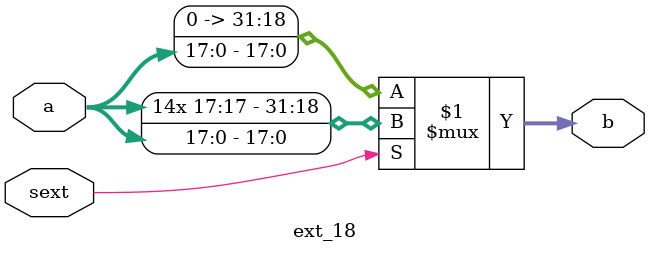
<source format=v>
`timescale 1ns / 1ps
module ext_18#(parameter WIDTH =18)(
    input [WIDTH-1:0] a,
	 input sext,
	 output [31:0] b
    );
    assign b= sext?{{(32-WIDTH){a[WIDTH-1]}},a}:{{(32-WIDTH){1'b0}},a};

endmodule

</source>
